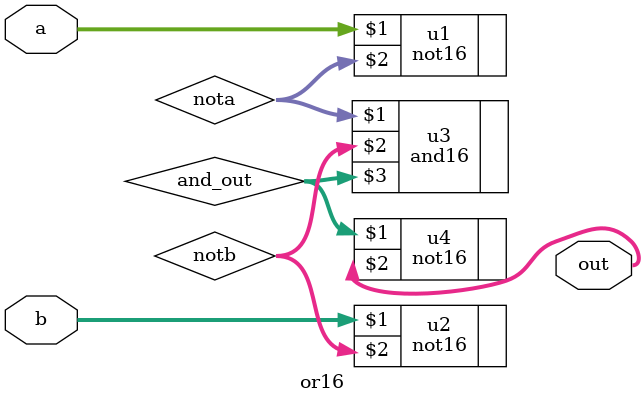
<source format=v>
module or16(a, b, out);
    input  [15:0] a, b;
    output [15:0] out;

    wire [15:0] nota, notb, and_out;

    not16 u1(a, nota);
    not16 u2(b, notb);
    and16 u3(nota, notb, and_out);
    not16 u4(and_out, out);
endmodule

</source>
